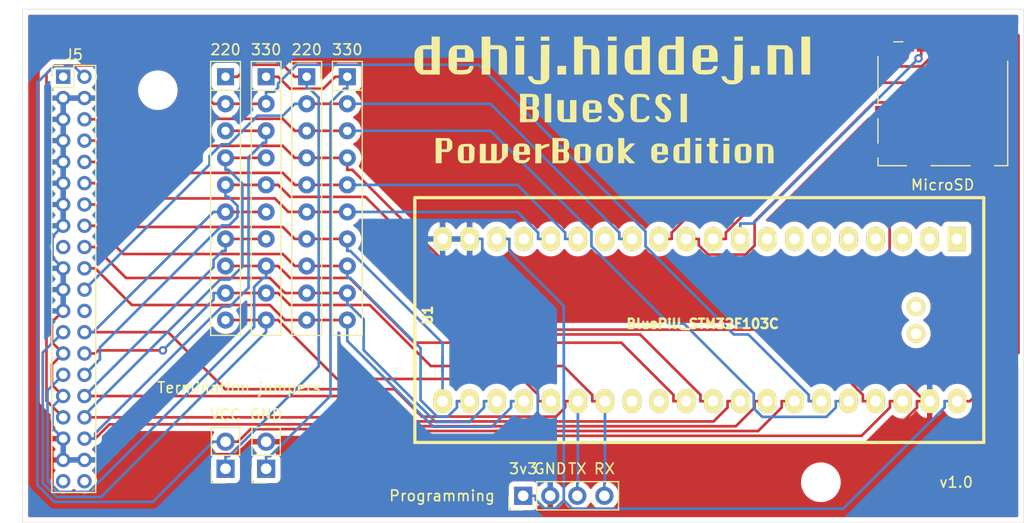
<source format=kicad_pcb>
(kicad_pcb (version 20171130) (host pcbnew "(5.1.10)-1")
  (layers (0 F.Cu signal) (31 B.Cu signal) (34 B.Paste user hide) (35 F.Paste user hide) (36 B.SilkS user) (37 F.SilkS user) (38 B.Mask user) (39 F.Mask user) (44 Edge.Cuts user))
  (net 0 "")
  (net 1 GND)
  (net 2 /SD_MISO)
  (net 3 /SD_CLK)
  (net 4 +3V3)
  (net 5 /SD_MOSI)
  (net 6 /SD_CS)
  (net 7 /SCSI_ACK)
  (net 8 /SCSI_BSY)
  (net 9 /SCSI_REQ)
  (net 10 /SCSI_CD)
  (net 11 /SCSI_IO)
  (net 12 /SCSI_SEL)
  (net 13 /SCSI_MSG)
  (net 14 /SCSI_RST)
  (net 15 /SCSI_ATN)
  (net 16 /SCSI_DBP)
  (net 17 /SCSI_DAT7)
  (net 18 /SCSI_DAT6)
  (net 19 /SCSI_DAT5)
  (net 20 /SCSI_DAT4)
  (net 21 /SCSI_DAT3)
  (net 22 /SCSI_DAT2)
  (net 23 /SCSI_DAT1)
  (net 24 /SCSI_DAT0)
  (net 25 VCC)
  (net 26 "Net-(JP1-Pad1)")
  (net 27 "Net-(JP2-Pad1)")
  (module PBlogo:PBlogo (layer F.Cu) (at 199.39 88.9)
    (fp_text reference G*** hide)
    (fp_text value LOGO hide)
  )
  (module MountingHole:MountingHole_2.7mm_M2.5 (layer F.Cu) (at 156.21 86.36)
    (fp_text reference H2 hide)
    (fp_text value MountingHole_Pad)
    (pad 1 np_thru_hole circle (at 0 0) (size 2.7 2.7) (drill 2.7) (layers *.Cu *.Mask))
  )
  (module MountingHole:MountingHole_2.7mm_M2.5 (layer F.Cu) (at 218.44 123.19)
    (fp_text reference H1 hide)
    (fp_text value MountingHole_Pad)
    (pad 1 np_thru_hole circle (at 0 0) (size 2.7 2.7) (drill 2.7) (layers *.Cu *.Mask))
  )
  (module BluePill_breakouts:BluePill_STM32F103C (layer F.Cu) (at 231.14 100.33 270)
    (fp_text reference U1 (at 7.1628 49.6062 270) (layer F.SilkS) (effects (font (size 0.889 0.889) (thickness 0.3048))))
    (fp_text value BluePill_STM32F103C (at 7.9756 23.7998) (layer F.SilkS) (effects (font (size 0.889 0.889) (thickness 0.22225))))
    (pad 42 thru_hole oval (at 6.36 3.7592) (size 1.7272 1.7272) (drill 1.016) (layers *.Cu *.Mask F.SilkS))
    (pad 41 thru_hole oval (at 8.9 3.7592) (size 1.7272 1.7272) (drill 1.016) (layers *.Cu *.Mask F.SilkS))
    (pad 40 thru_hole oval (at 15.24 -0.1016) (size 1.7272 2.25) (drill 1.016) (layers *.Cu *.Mask F.SilkS) (net 4 +3V3))
    (pad 39 thru_hole oval (at 15.24 2.4892) (size 1.7272 2.25) (drill 1.016) (layers *.Cu *.Mask F.SilkS) (net 1 GND))
    (pad 38 thru_hole oval (at 15.24 5.0292) (size 1.7272 2.25) (drill 1.016) (layers *.Cu *.Mask F.SilkS) (net 25 VCC))
    (pad 37 thru_hole oval (at 15.24 7.5692) (size 1.7272 2.25) (drill 1.016) (layers *.Cu *.Mask F.SilkS) (net 23 /SCSI_DAT1))
    (pad 36 thru_hole oval (at 15.24 10.1092) (size 1.7272 2.25) (drill 1.016) (layers *.Cu *.Mask F.SilkS) (net 24 /SCSI_DAT0))
    (pad 35 thru_hole oval (at 15.24 12.6492) (size 1.7272 2.25) (drill 1.016) (layers *.Cu *.Mask F.SilkS) (net 11 /SCSI_IO))
    (pad 34 thru_hole oval (at 15.24 15.1892) (size 1.7272 2.25) (drill 1.016) (layers *.Cu *.Mask F.SilkS) (net 9 /SCSI_REQ))
    (pad 33 thru_hole oval (at 15.24 17.7292) (size 1.7272 2.25) (drill 1.016) (layers *.Cu *.Mask F.SilkS) (net 10 /SCSI_CD))
    (pad 32 thru_hole oval (at 15.24 20.2692) (size 1.7272 2.25) (drill 1.016) (layers *.Cu *.Mask F.SilkS) (net 12 /SCSI_SEL))
    (pad 31 thru_hole oval (at 15.24 22.8092) (size 1.7272 2.25) (drill 1.016) (layers *.Cu *.Mask F.SilkS) (net 13 /SCSI_MSG))
    (pad 30 thru_hole oval (at 15.24 25.3492) (size 1.7272 2.25) (drill 1.016) (layers *.Cu *.Mask F.SilkS) (net 14 /SCSI_RST))
    (pad 29 thru_hole oval (at 15.24 27.8892) (size 1.7272 2.25) (drill 1.016) (layers *.Cu *.Mask F.SilkS))
    (pad 28 thru_hole oval (at 15.24 30.4292) (size 1.7272 2.25) (drill 1.016) (layers *.Cu *.Mask F.SilkS))
    (pad 27 thru_hole oval (at 15.24 32.9692) (size 1.7272 2.25) (drill 1.016) (layers *.Cu *.Mask F.SilkS) (net 7 /SCSI_ACK))
    (pad 26 thru_hole oval (at 15.24 35.5092) (size 1.7272 2.25) (drill 1.016) (layers *.Cu *.Mask F.SilkS) (net 8 /SCSI_BSY))
    (pad 25 thru_hole oval (at 15.24 38.0492) (size 1.7272 2.25) (drill 1.016) (layers *.Cu *.Mask F.SilkS) (net 15 /SCSI_ATN))
    (pad 24 thru_hole oval (at 15.24 40.5892) (size 1.7272 2.25) (drill 1.016) (layers *.Cu *.Mask F.SilkS) (net 17 /SCSI_DAT7))
    (pad 23 thru_hole oval (at 15.24 43.1292) (size 1.7272 2.25) (drill 1.016) (layers *.Cu *.Mask F.SilkS) (net 18 /SCSI_DAT6))
    (pad 22 thru_hole oval (at 15.24 45.6692) (size 1.7272 2.25) (drill 1.016) (layers *.Cu *.Mask F.SilkS) (net 19 /SCSI_DAT5))
    (pad 21 thru_hole oval (at 15.24 48.2092) (size 1.7272 2.25) (drill 1.016) (layers *.Cu *.Mask F.SilkS) (net 20 /SCSI_DAT4))
    (pad 20 thru_hole oval (at 0 48.2092 180) (size 1.7272 2.25) (drill 1.016) (layers *.Cu *.Mask F.SilkS) (net 1 GND))
    (pad 19 thru_hole oval (at 0 45.6692 180) (size 1.7272 2.25) (drill 1.016) (layers *.Cu *.Mask F.SilkS) (net 1 GND))
    (pad 18 thru_hole oval (at 0 43.1292 180) (size 1.7272 2.25) (drill 1.016) (layers *.Cu *.Mask F.SilkS) (net 4 +3V3))
    (pad 17 thru_hole oval (at 0 40.5892 180) (size 1.7272 2.25) (drill 1.016) (layers *.Cu *.Mask F.SilkS))
    (pad 16 thru_hole oval (at 0 38.0492 180) (size 1.7272 2.25) (drill 1.016) (layers *.Cu *.Mask F.SilkS) (net 21 /SCSI_DAT3))
    (pad 15 thru_hole oval (at 0 35.5092 180) (size 1.7272 2.25) (drill 1.016) (layers *.Cu *.Mask F.SilkS) (net 22 /SCSI_DAT2))
    (pad 14 thru_hole oval (at 0 32.9692 180) (size 1.7272 2.25) (drill 1.016) (layers *.Cu *.Mask F.SilkS))
    (pad 13 thru_hole oval (at 0 30.4292 180) (size 1.7272 2.25) (drill 1.016) (layers *.Cu *.Mask F.SilkS) (net 16 /SCSI_DBP))
    (pad 12 thru_hole oval (at 0 27.8892 180) (size 1.7272 2.25) (drill 1.016) (layers *.Cu *.Mask F.SilkS) (net 5 /SD_MOSI))
    (pad 11 thru_hole oval (at 0 25.3492 180) (size 1.7272 2.25) (drill 1.016) (layers *.Cu *.Mask F.SilkS) (net 2 /SD_MISO))
    (pad 10 thru_hole oval (at 0 22.8092 180) (size 1.7272 2.25) (drill 1.016) (layers *.Cu *.Mask F.SilkS) (net 3 /SD_CLK))
    (pad 9 thru_hole oval (at 0 20.2692 180) (size 1.7272 2.25) (drill 1.016) (layers *.Cu *.Mask F.SilkS) (net 6 /SD_CS))
    (pad 8 thru_hole oval (at 0 17.7292 180) (size 1.7272 2.25) (drill 1.016) (layers *.Cu *.Mask F.SilkS))
    (pad 7 thru_hole oval (at 0 15.1892 180) (size 1.7272 2.25) (drill 1.016) (layers *.Cu *.Mask F.SilkS))
    (pad 6 thru_hole oval (at 0 12.6492 180) (size 1.7272 2.25) (drill 1.016) (layers *.Cu *.Mask F.SilkS))
    (pad 5 thru_hole oval (at 0 10.1092 180) (size 1.7272 2.25) (drill 1.016) (layers *.Cu *.Mask F.SilkS))
    (pad 4 thru_hole oval (at 0 7.5692 180) (size 1.7272 2.25) (drill 1.016) (layers *.Cu *.Mask F.SilkS))
    (pad 3 thru_hole oval (at 0 5.0292 180) (size 1.7272 2.25) (drill 1.016) (layers *.Cu *.Mask F.SilkS))
    (pad 2 thru_hole oval (at 0 2.4892 180) (size 1.7272 2.25) (drill 1.016) (layers *.Cu *.Mask F.SilkS))
    (pad 1 thru_hole rect (at 0 -0.0508 180) (size 1.7272 2.25) (drill 1.016) (layers *.Cu *.Mask F.SilkS))
  )
  (module Resistor_THT:R_Array_SIP10 (layer F.Cu) (at 173.99 85.09 270)
    (fp_text reference RN4 hide)
    (fp_text value 330)
    (pad 10 thru_hole oval (at 22.86 0 270) (size 1.6 1.6) (drill 0.8) (layers *.Cu *.Mask) (net 17 /SCSI_DAT7))
    (pad 9 thru_hole oval (at 20.32 0 270) (size 1.6 1.6) (drill 0.8) (layers *.Cu *.Mask) (net 18 /SCSI_DAT6))
    (pad 8 thru_hole oval (at 17.78 0 270) (size 1.6 1.6) (drill 0.8) (layers *.Cu *.Mask) (net 19 /SCSI_DAT5))
    (pad 7 thru_hole oval (at 15.24 0 270) (size 1.6 1.6) (drill 0.8) (layers *.Cu *.Mask) (net 20 /SCSI_DAT4))
    (pad 6 thru_hole oval (at 12.7 0 270) (size 1.6 1.6) (drill 0.8) (layers *.Cu *.Mask) (net 21 /SCSI_DAT3))
    (pad 5 thru_hole oval (at 10.16 0 270) (size 1.6 1.6) (drill 0.8) (layers *.Cu *.Mask) (net 22 /SCSI_DAT2))
    (pad 4 thru_hole oval (at 7.62 0 270) (size 1.6 1.6) (drill 0.8) (layers *.Cu *.Mask) (net 23 /SCSI_DAT1))
    (pad 3 thru_hole oval (at 5.08 0 270) (size 1.6 1.6) (drill 0.8) (layers *.Cu *.Mask) (net 24 /SCSI_DAT0))
    (pad 2 thru_hole oval (at 2.54 0 270) (size 1.6 1.6) (drill 0.8) (layers *.Cu *.Mask) (net 16 /SCSI_DBP))
    (pad 1 thru_hole rect (at 0 0 270) (size 1.6 1.6) (drill 0.8) (layers *.Cu *.Mask) (net 26 "Net-(JP1-Pad1)"))
  )
  (module Resistor_THT:R_Array_SIP10 (layer F.Cu) (at 170.18 85.09 270)
    (fp_text reference RN3 hide)
    (fp_text value 220)
    (pad 10 thru_hole oval (at 22.86 0 270) (size 1.6 1.6) (drill 0.8) (layers *.Cu *.Mask) (net 17 /SCSI_DAT7))
    (pad 9 thru_hole oval (at 20.32 0 270) (size 1.6 1.6) (drill 0.8) (layers *.Cu *.Mask) (net 18 /SCSI_DAT6))
    (pad 8 thru_hole oval (at 17.78 0 270) (size 1.6 1.6) (drill 0.8) (layers *.Cu *.Mask) (net 19 /SCSI_DAT5))
    (pad 7 thru_hole oval (at 15.24 0 270) (size 1.6 1.6) (drill 0.8) (layers *.Cu *.Mask) (net 20 /SCSI_DAT4))
    (pad 6 thru_hole oval (at 12.7 0 270) (size 1.6 1.6) (drill 0.8) (layers *.Cu *.Mask) (net 21 /SCSI_DAT3))
    (pad 5 thru_hole oval (at 10.16 0 270) (size 1.6 1.6) (drill 0.8) (layers *.Cu *.Mask) (net 22 /SCSI_DAT2))
    (pad 4 thru_hole oval (at 7.62 0 270) (size 1.6 1.6) (drill 0.8) (layers *.Cu *.Mask) (net 23 /SCSI_DAT1))
    (pad 3 thru_hole oval (at 5.08 0 270) (size 1.6 1.6) (drill 0.8) (layers *.Cu *.Mask) (net 24 /SCSI_DAT0))
    (pad 2 thru_hole oval (at 2.54 0 270) (size 1.6 1.6) (drill 0.8) (layers *.Cu *.Mask) (net 16 /SCSI_DBP))
    (pad 1 thru_hole rect (at 0 0 270) (size 1.6 1.6) (drill 0.8) (layers *.Cu *.Mask) (net 27 "Net-(JP2-Pad1)"))
  )
  (module Resistor_THT:R_Array_SIP10 (layer F.Cu) (at 166.37 85.09 270)
    (fp_text reference RN2 hide)
    (fp_text value 330)
    (pad 1 thru_hole rect (at 0 0 270) (size 1.6 1.6) (drill 0.8) (layers *.Cu *.Mask) (net 26 "Net-(JP1-Pad1)"))
    (pad 2 thru_hole oval (at 2.54 0 270) (size 1.6 1.6) (drill 0.8) (layers *.Cu *.Mask) (net 11 /SCSI_IO))
    (pad 3 thru_hole oval (at 5.08 0 270) (size 1.6 1.6) (drill 0.8) (layers *.Cu *.Mask) (net 9 /SCSI_REQ))
    (pad 4 thru_hole oval (at 7.62 0 270) (size 1.6 1.6) (drill 0.8) (layers *.Cu *.Mask) (net 10 /SCSI_CD))
    (pad 5 thru_hole oval (at 10.16 0 270) (size 1.6 1.6) (drill 0.8) (layers *.Cu *.Mask) (net 13 /SCSI_MSG))
    (pad 6 thru_hole oval (at 12.7 0 270) (size 1.6 1.6) (drill 0.8) (layers *.Cu *.Mask) (net 8 /SCSI_BSY))
    (pad 7 thru_hole oval (at 15.24 0 270) (size 1.6 1.6) (drill 0.8) (layers *.Cu *.Mask) (net 12 /SCSI_SEL))
    (pad 8 thru_hole oval (at 17.78 0 270) (size 1.6 1.6) (drill 0.8) (layers *.Cu *.Mask) (net 14 /SCSI_RST))
    (pad 9 thru_hole oval (at 20.32 0 270) (size 1.6 1.6) (drill 0.8) (layers *.Cu *.Mask) (net 7 /SCSI_ACK))
    (pad 10 thru_hole oval (at 22.86 0 270) (size 1.6 1.6) (drill 0.8) (layers *.Cu *.Mask) (net 15 /SCSI_ATN))
  )
  (module Resistor_THT:R_Array_SIP10 (layer F.Cu) (at 162.56 85.09 270)
    (fp_text reference RN1 hide)
    (fp_text value 220)
    (pad 10 thru_hole oval (at 22.86 0 270) (size 1.6 1.6) (drill 0.8) (layers *.Cu *.Mask) (net 15 /SCSI_ATN))
    (pad 9 thru_hole oval (at 20.32 0 270) (size 1.6 1.6) (drill 0.8) (layers *.Cu *.Mask) (net 7 /SCSI_ACK))
    (pad 8 thru_hole oval (at 17.78 0 270) (size 1.6 1.6) (drill 0.8) (layers *.Cu *.Mask) (net 14 /SCSI_RST))
    (pad 7 thru_hole oval (at 15.24 0 270) (size 1.6 1.6) (drill 0.8) (layers *.Cu *.Mask) (net 12 /SCSI_SEL))
    (pad 6 thru_hole oval (at 12.7 0 270) (size 1.6 1.6) (drill 0.8) (layers *.Cu *.Mask) (net 8 /SCSI_BSY))
    (pad 5 thru_hole oval (at 10.16 0 270) (size 1.6 1.6) (drill 0.8) (layers *.Cu *.Mask) (net 13 /SCSI_MSG))
    (pad 4 thru_hole oval (at 7.62 0 270) (size 1.6 1.6) (drill 0.8) (layers *.Cu *.Mask) (net 10 /SCSI_CD))
    (pad 3 thru_hole oval (at 5.08 0 270) (size 1.6 1.6) (drill 0.8) (layers *.Cu *.Mask) (net 9 /SCSI_REQ))
    (pad 2 thru_hole oval (at 2.54 0 270) (size 1.6 1.6) (drill 0.8) (layers *.Cu *.Mask) (net 11 /SCSI_IO))
    (pad 1 thru_hole rect (at 0 0 270) (size 1.6 1.6) (drill 0.8) (layers *.Cu *.Mask) (net 27 "Net-(JP2-Pad1)"))
  )
  (module Connector_PinSocket_2.54mm:PinSocket_1x02_P2.54mm_Vertical (layer F.Cu) (at 162.56 121.92 180)
    (fp_text reference JP2 hide)
    (fp_text value TERM_ENABLE_5V)
    (pad 2 thru_hole oval (at 0 2.54 180) (size 1.7 1.7) (drill 1) (layers *.Cu *.Mask) (net 25 VCC))
    (pad 1 thru_hole rect (at 0 0 180) (size 1.7 1.7) (drill 1) (layers *.Cu *.Mask) (net 27 "Net-(JP2-Pad1)"))
  )
  (module Connector_PinSocket_2.54mm:PinSocket_1x02_P2.54mm_Vertical (layer F.Cu) (at 166.37 121.92 180)
    (fp_text reference JP1 hide)
    (fp_text value TERM_ENABLE_GND)
    (pad 2 thru_hole oval (at 0 2.54 180) (size 1.7 1.7) (drill 1) (layers *.Cu *.Mask) (net 1 GND))
    (pad 1 thru_hole rect (at 0 0 180) (size 1.7 1.7) (drill 1) (layers *.Cu *.Mask) (net 26 "Net-(JP1-Pad1)"))
  )
  (module Connector_PinHeader_2.00mm:PinHeader_2x20_P2.00mm_Vertical (layer F.Cu) (at 147.32 85.09)
    (fp_text reference J5 (at 1 -2.06) (layer F.SilkS))
    (fp_text value Conn_02x20_Odd_Even)
    (pad 40 thru_hole oval (at 2 38) (size 1.35 1.35) (drill 0.8) (layers *.Cu *.Mask))
    (pad 39 thru_hole oval (at 0 38) (size 1.35 1.35) (drill 0.8) (layers *.Cu *.Mask))
    (pad 38 thru_hole oval (at 2 36) (size 1.35 1.35) (drill 0.8) (layers *.Cu *.Mask) (net 1 GND))
    (pad 37 thru_hole oval (at 0 36) (size 1.35 1.35) (drill 0.8) (layers *.Cu *.Mask) (net 1 GND))
    (pad 36 thru_hole oval (at 2 34) (size 1.35 1.35) (drill 0.8) (layers *.Cu *.Mask) (net 9 /SCSI_REQ))
    (pad 35 thru_hole oval (at 0 34) (size 1.35 1.35) (drill 0.8) (layers *.Cu *.Mask) (net 1 GND))
    (pad 34 thru_hole oval (at 2 32) (size 1.35 1.35) (drill 0.8) (layers *.Cu *.Mask) (net 10 /SCSI_CD))
    (pad 33 thru_hole oval (at 0 32) (size 1.35 1.35) (drill 0.8) (layers *.Cu *.Mask) (net 11 /SCSI_IO))
    (pad 32 thru_hole oval (at 2 30) (size 1.35 1.35) (drill 0.8) (layers *.Cu *.Mask) (net 12 /SCSI_SEL))
    (pad 31 thru_hole oval (at 0 30) (size 1.35 1.35) (drill 0.8) (layers *.Cu *.Mask) (net 1 GND))
    (pad 30 thru_hole oval (at 2 28) (size 1.35 1.35) (drill 0.8) (layers *.Cu *.Mask) (net 13 /SCSI_MSG))
    (pad 29 thru_hole oval (at 0 28) (size 1.35 1.35) (drill 0.8) (layers *.Cu *.Mask) (net 14 /SCSI_RST))
    (pad 28 thru_hole oval (at 2 26) (size 1.35 1.35) (drill 0.8) (layers *.Cu *.Mask) (net 7 /SCSI_ACK))
    (pad 27 thru_hole oval (at 0 26) (size 1.35 1.35) (drill 0.8) (layers *.Cu *.Mask) (net 1 GND))
    (pad 26 thru_hole oval (at 2 24) (size 1.35 1.35) (drill 0.8) (layers *.Cu *.Mask) (net 8 /SCSI_BSY))
    (pad 25 thru_hole oval (at 0 24) (size 1.35 1.35) (drill 0.8) (layers *.Cu *.Mask) (net 15 /SCSI_ATN))
    (pad 24 thru_hole oval (at 2 22) (size 1.35 1.35) (drill 0.8) (layers *.Cu *.Mask))
    (pad 23 thru_hole oval (at 0 22) (size 1.35 1.35) (drill 0.8) (layers *.Cu *.Mask) (net 1 GND))
    (pad 22 thru_hole oval (at 2 20) (size 1.35 1.35) (drill 0.8) (layers *.Cu *.Mask) (net 16 /SCSI_DBP))
    (pad 21 thru_hole oval (at 0 20) (size 1.35 1.35) (drill 0.8) (layers *.Cu *.Mask) (net 1 GND))
    (pad 20 thru_hole oval (at 2 18) (size 1.35 1.35) (drill 0.8) (layers *.Cu *.Mask) (net 17 /SCSI_DAT7))
    (pad 19 thru_hole oval (at 0 18) (size 1.35 1.35) (drill 0.8) (layers *.Cu *.Mask) (net 1 GND))
    (pad 18 thru_hole oval (at 2 16) (size 1.35 1.35) (drill 0.8) (layers *.Cu *.Mask) (net 18 /SCSI_DAT6))
    (pad 17 thru_hole oval (at 0 16) (size 1.35 1.35) (drill 0.8) (layers *.Cu *.Mask))
    (pad 16 thru_hole oval (at 2 14) (size 1.35 1.35) (drill 0.8) (layers *.Cu *.Mask) (net 19 /SCSI_DAT5))
    (pad 15 thru_hole oval (at 0 14) (size 1.35 1.35) (drill 0.8) (layers *.Cu *.Mask) (net 1 GND))
    (pad 14 thru_hole oval (at 2 12) (size 1.35 1.35) (drill 0.8) (layers *.Cu *.Mask) (net 20 /SCSI_DAT4))
    (pad 13 thru_hole oval (at 0 12) (size 1.35 1.35) (drill 0.8) (layers *.Cu *.Mask) (net 1 GND))
    (pad 12 thru_hole oval (at 2 10) (size 1.35 1.35) (drill 0.8) (layers *.Cu *.Mask) (net 21 /SCSI_DAT3))
    (pad 11 thru_hole oval (at 0 10) (size 1.35 1.35) (drill 0.8) (layers *.Cu *.Mask) (net 1 GND))
    (pad 10 thru_hole oval (at 2 8) (size 1.35 1.35) (drill 0.8) (layers *.Cu *.Mask) (net 22 /SCSI_DAT2))
    (pad 9 thru_hole oval (at 0 8) (size 1.35 1.35) (drill 0.8) (layers *.Cu *.Mask) (net 1 GND))
    (pad 8 thru_hole oval (at 2 6) (size 1.35 1.35) (drill 0.8) (layers *.Cu *.Mask) (net 23 /SCSI_DAT1))
    (pad 7 thru_hole oval (at 0 6) (size 1.35 1.35) (drill 0.8) (layers *.Cu *.Mask) (net 1 GND))
    (pad 6 thru_hole oval (at 2 4) (size 1.35 1.35) (drill 0.8) (layers *.Cu *.Mask) (net 24 /SCSI_DAT0))
    (pad 5 thru_hole oval (at 0 4) (size 1.35 1.35) (drill 0.8) (layers *.Cu *.Mask) (net 1 GND))
    (pad 4 thru_hole oval (at 2 2) (size 1.35 1.35) (drill 0.8) (layers *.Cu *.Mask) (net 1 GND))
    (pad 3 thru_hole oval (at 0 2) (size 1.35 1.35) (drill 0.8) (layers *.Cu *.Mask) (net 1 GND))
    (pad 2 thru_hole oval (at 2 0) (size 1.35 1.35) (drill 0.8) (layers *.Cu *.Mask) (net 25 VCC))
    (pad 1 thru_hole rect (at 0 0) (size 1.35 1.35) (drill 0.8) (layers *.Cu *.Mask))
  )
  (module Connector_PinHeader_2.54mm:PinHeader_1x04_P2.54mm_Vertical (layer F.Cu) (at 190.5 124.46 90)
    (fp_text reference J3 hide)
    (fp_text value "Programming Pins")
    (pad 1 thru_hole rect (at 0 0 90) (size 1.7 1.7) (drill 1) (layers *.Cu *.Mask) (net 4 +3V3))
    (pad 2 thru_hole oval (at 0 2.54 90) (size 1.7 1.7) (drill 1) (layers *.Cu *.Mask) (net 1 GND))
    (pad 3 thru_hole oval (at 0 5.08 90) (size 1.7 1.7) (drill 1) (layers *.Cu *.Mask) (net 8 /SCSI_BSY))
    (pad 4 thru_hole oval (at 0 7.62 90) (size 1.7 1.7) (drill 1) (layers *.Cu *.Mask) (net 7 /SCSI_ACK))
  )
  (module Connector_Card:microSD_HC_Molex_104031-0811 (layer F.Cu) (at 229.87 87.63)
    (fp_text reference MicroSD (at 0 7.62) (layer F.SilkS))
    (fp_text value Micro_SD_Card)
    (pad 1 smd rect (at -3.105 -5.45) (size 0.85 1.1) (layers F.Cu F.Paste F.Mask))
    (pad 8 smd rect (at 4.545 -5.45) (size 0.75 1.1) (layers F.Cu F.Paste F.Mask))
    (pad 2 smd rect (at -2.005 -5.45) (size 0.85 1.1) (layers F.Cu F.Paste F.Mask) (net 6 /SD_CS))
    (pad 3 smd rect (at -0.905 -5.45) (size 0.85 1.1) (layers F.Cu F.Paste F.Mask) (net 5 /SD_MOSI))
    (pad 4 smd rect (at 0.195 -5.45) (size 0.85 1.1) (layers F.Cu F.Paste F.Mask) (net 4 +3V3))
    (pad 5 smd rect (at 1.295 -5.45) (size 0.85 1.1) (layers F.Cu F.Paste F.Mask) (net 3 /SD_CLK))
    (pad 6 smd rect (at 2.395 -5.45) (size 0.85 1.1) (layers F.Cu F.Paste F.Mask) (net 1 GND))
    (pad 7 smd rect (at 3.495 -5.45) (size 0.85 1.1) (layers F.Cu F.Paste F.Mask) (net 2 /SD_MISO))
    (pad 11 smd rect (at 5.755 -5.1) (size 1.17 1.8) (layers F.Cu F.Paste F.Mask))
    (pad 11 smd rect (at -5.565 -5.325) (size 1.55 1.35) (layers F.Cu F.Paste F.Mask))
    (pad 10 smd rect (at -5.74 4.4) (size 1.2 1) (layers F.Cu F.Paste F.Mask))
    (pad 9 smd rect (at -5.74 0.7) (size 1.2 1) (layers F.Cu F.Paste F.Mask) (net 1 GND))
    (pad 11 smd rect (at -2.24 5.375) (size 1.9 1.35) (layers F.Cu F.Paste F.Mask))
    (pad 11 smd rect (at 3.73 5.375) (size 1.9 1.35) (layers F.Cu F.Paste F.Mask))
  )
  (gr_text v1.0 (at 231.14 123.19) (layer F.SilkS) (effects (font (size 1 1))))
  (gr_text VCC (at 162.56 116.84) (layer F.SilkS) (effects (font (size 1 1))))
  (gr_text GND (at 166.37 116.84) (layer F.SilkS) (effects (font (size 1 1))))
  (gr_text "Termination jumpers" (at 163.83 114.3) (layer F.SilkS) (effects (font (size 1 1))))
  (gr_text TX (at 195.58 121.92) (layer F.SilkS) (effects (font (size 1 1))))
  (gr_text RX (at 198.12 121.92) (layer F.SilkS) (effects (font (size 1 1))))
  (gr_text GND (at 193.04 121.92) (layer F.SilkS) (effects (font (size 1 1))))
  (gr_text 3v3 (at 190.5 121.92) (layer F.SilkS) (effects (font (size 1 1))))
  (gr_text Programming (at 182.88 124.46) (layer F.SilkS) (effects (font (size 1 1))))
  (gr_text "330\n" (at 173.99 82.55) (layer F.SilkS) (effects (font (size 1 1))))
  (gr_text 220 (at 170.18 82.55) (layer F.SilkS) (effects (font (size 1 1))))
  (gr_text 330 (at 166.37 82.55) (layer F.SilkS) (effects (font (size 1 1))))
  (gr_text 220 (at 162.56 82.55) (layer F.SilkS) (effects (font (size 1 1))))
  (gr_line (start 143.51 127) (end 143.51 124.46) (layer Edge.Cuts) (width 0.05))
  (gr_line (start 237.49 127) (end 143.51 127) (layer Edge.Cuts) (width 0.05))
  (gr_line (start 237.49 78.74) (end 237.49 127) (layer Edge.Cuts) (width 0.05))
  (gr_line (start 143.51 78.74) (end 237.49 78.74) (layer Edge.Cuts) (width 0.05))
  (gr_line (start 143.51 81.28) (end 143.51 78.74) (layer Edge.Cuts) (width 0.05))
  (gr_line (start 143.51 124.46) (end 143.51 81.28) (layer Edge.Cuts) (width 0.05))
  (segment (start 225.1012 90.1265) (end 224.13 89.1553) (width 0.25) (layer F.Cu) (net 1))
  (segment (start 228.193 115.57) (end 224.8944 112.2714) (width 0.25) (layer F.Cu) (net 1))
  (segment (start 224.8944 112.2714) (end 224.8944 93.0108) (width 0.25) (layer F.Cu) (net 1))
  (segment (start 224.8944 93.0108) (end 225.1012 92.804) (width 0.25) (layer F.Cu) (net 1))
  (segment (start 225.1012 92.804) (end 225.1012 90.1265) (width 0.25) (layer F.Cu) (net 1))
  (segment (start 225.1012 90.1265) (end 229.9736 90.1265) (width 0.25) (layer F.Cu) (net 1))
  (segment (start 229.9736 90.1265) (end 236.5353 83.5648) (width 0.25) (layer F.Cu) (net 1))
  (segment (start 236.5353 83.5648) (end 236.5353 81.4229) (width 0.25) (layer F.Cu) (net 1))
  (segment (start 236.5353 81.4229) (end 236.4171 81.3047) (width 0.25) (layer F.Cu) (net 1))
  (segment (start 236.4171 81.3047) (end 232.265 81.3047) (width 0.25) (layer F.Cu) (net 1))
  (segment (start 232.265 82.18) (end 232.265 81.3047) (width 0.25) (layer F.Cu) (net 1))
  (segment (start 224.13 88.33) (end 224.13 89.1553) (width 0.25) (layer F.Cu) (net 1))
  (segment (start 228.193 115.57) (end 228.6508 115.57) (width 0.25) (layer F.Cu) (net 1))
  (segment (start 193.04 121.148) (end 222.479 121.148) (width 0.25) (layer F.Cu) (net 1))
  (segment (start 222.479 121.148) (end 227.462 116.164) (width 0.25) (layer F.Cu) (net 1))
  (segment (start 227.462 116.164) (end 227.462 115.57) (width 0.25) (layer F.Cu) (net 1))
  (segment (start 227.462 115.57) (end 228.193 115.57) (width 0.25) (layer F.Cu) (net 1))
  (segment (start 185.471 100.33) (end 185.4708 100.33) (width 0.25) (layer F.Cu) (net 1))
  (segment (start 185.471 100.33) (end 186.66 100.33) (width 0.25) (layer F.Cu) (net 1))
  (segment (start 182.931 100.33) (end 182.9308 100.33) (width 0.25) (layer B.Cu) (net 1))
  (segment (start 185.4708 100.33) (end 182.931 100.33) (width 0.25) (layer B.Cu) (net 1))
  (segment (start 147.32 97.09) (end 147.32 99.09) (width 0.25) (layer B.Cu) (net 1))
  (segment (start 147.32 95.09) (end 147.32 97.09) (width 0.25) (layer B.Cu) (net 1))
  (segment (start 147.32 93.09) (end 147.32 95.09) (width 0.25) (layer B.Cu) (net 1))
  (segment (start 147.32 91.09) (end 147.32 93.09) (width 0.25) (layer B.Cu) (net 1))
  (segment (start 147.32 89.09) (end 147.32 91.09) (width 0.25) (layer B.Cu) (net 1))
  (segment (start 147.32 111.09) (end 146.264 110.034) (width 0.25) (layer F.Cu) (net 1))
  (segment (start 146.264 110.034) (end 146.264 108.146) (width 0.25) (layer F.Cu) (net 1))
  (segment (start 146.264 108.146) (end 147.32 107.09) (width 0.25) (layer F.Cu) (net 1))
  (segment (start 147.32 115.09) (end 146.264 114.034) (width 0.25) (layer F.Cu) (net 1))
  (segment (start 146.264 114.034) (end 146.264 112.146) (width 0.25) (layer F.Cu) (net 1))
  (segment (start 146.264 112.146) (end 147.32 111.09) (width 0.25) (layer F.Cu) (net 1))
  (segment (start 193.04 124.46) (end 193.04 123.285) (width 0.25) (layer B.Cu) (net 1))
  (segment (start 193.04 123.285) (end 191.865 122.109) (width 0.25) (layer B.Cu) (net 1))
  (segment (start 191.865 122.109) (end 191.865 106.724) (width 0.25) (layer B.Cu) (net 1))
  (segment (start 191.865 106.724) (end 186.66 101.519) (width 0.25) (layer B.Cu) (net 1))
  (segment (start 186.66 101.519) (end 186.66 100.33) (width 0.25) (layer B.Cu) (net 1))
  (segment (start 186.66 100.33) (end 185.4708 100.33) (width 0.25) (layer B.Cu) (net 1))
  (segment (start 228.6508 115.57) (end 228.651 115.57) (width 0.25) (layer F.Cu) (net 1))
  (segment (start 147.32 119.09) (end 146.317 118.087) (width 0.25) (layer B.Cu) (net 1))
  (segment (start 146.317 118.087) (end 146.317 116.093) (width 0.25) (layer B.Cu) (net 1))
  (segment (start 146.317 116.093) (end 147.32 115.09) (width 0.25) (layer B.Cu) (net 1))
  (segment (start 193.04 124.46) (end 193.04 121.148) (width 0.25) (layer F.Cu) (net 1))
  (segment (start 147.32 103.09) (end 146.318 102.088) (width 0.25) (layer B.Cu) (net 1))
  (segment (start 146.318 102.088) (end 146.318 100.092) (width 0.25) (layer B.Cu) (net 1))
  (segment (start 146.318 100.092) (end 147.32 99.09) (width 0.25) (layer B.Cu) (net 1))
  (segment (start 147.32 103.09) (end 147.32 105.09) (width 0.25) (layer B.Cu) (net 1))
  (segment (start 166.37 119.38) (end 165.195 119.38) (width 0.25) (layer F.Cu) (net 1))
  (segment (start 165.195 119.38) (end 164.019 120.555) (width 0.25) (layer F.Cu) (net 1))
  (segment (start 164.019 120.555) (end 159.73 120.555) (width 0.25) (layer F.Cu) (net 1))
  (segment (start 159.73 120.555) (end 156.16 124.126) (width 0.25) (layer F.Cu) (net 1))
  (segment (start 156.16 124.126) (end 146.932 124.126) (width 0.25) (layer F.Cu) (net 1))
  (segment (start 146.932 124.126) (end 146.303 123.497) (width 0.25) (layer F.Cu) (net 1))
  (segment (start 146.303 123.497) (end 146.303 120.107) (width 0.25) (layer F.Cu) (net 1))
  (segment (start 166.37 119.38) (end 167.545 119.38) (width 0.25) (layer F.Cu) (net 1))
  (segment (start 167.545 119.38) (end 169.313 121.148) (width 0.25) (layer F.Cu) (net 1))
  (segment (start 169.313 121.148) (end 193.04 121.148) (width 0.25) (layer F.Cu) (net 1))
  (segment (start 147.32 105.09) (end 147.32 107.09) (width 0.25) (layer B.Cu) (net 1))
  (segment (start 149.32 87.09) (end 147.32 87.09) (width 0.25) (layer B.Cu) (net 1))
  (segment (start 149.32 121.09) (end 147.32 121.09) (width 0.25) (layer F.Cu) (net 1))
  (segment (start 146.337 120.107) (end 146.303 120.107) (width 0.25) (layer F.Cu) (net 1))
  (segment (start 205.7908 100.33) (end 206.9797 100.33) (width 0.25) (layer F.Cu) (net 2))
  (segment (start 233.365 82.18) (end 233.365 83.0553) (width 0.25) (layer F.Cu) (net 2))
  (segment (start 233.365 83.0553) (end 228.9156 87.5047) (width 0.25) (layer F.Cu) (net 2))
  (segment (start 228.9156 87.5047) (end 223.3952 87.5047) (width 0.25) (layer F.Cu) (net 2))
  (segment (start 223.3952 87.5047) (end 212.2218 98.6781) (width 0.25) (layer F.Cu) (net 2))
  (segment (start 212.2218 98.6781) (end 212.2218 100.9442) (width 0.25) (layer F.Cu) (net 2))
  (segment (start 212.2218 100.9442) (end 211.3676 101.7984) (width 0.25) (layer F.Cu) (net 2))
  (segment (start 211.3676 101.7984) (end 207.8537 101.7984) (width 0.25) (layer F.Cu) (net 2))
  (segment (start 207.8537 101.7984) (end 206.9797 100.9244) (width 0.25) (layer F.Cu) (net 2))
  (segment (start 206.9797 100.9244) (end 206.9797 100.33) (width 0.25) (layer F.Cu) (net 2))
  (segment (start 208.3308 100.33) (end 209.5197 100.33) (width 0.25) (layer F.Cu) (net 3))
  (segment (start 231.165 82.18) (end 231.165 83.0553) (width 0.25) (layer F.Cu) (net 3))
  (segment (start 231.165 83.0553) (end 228.5659 85.6544) (width 0.25) (layer F.Cu) (net 3))
  (segment (start 228.5659 85.6544) (end 223.6009 85.6544) (width 0.25) (layer F.Cu) (net 3))
  (segment (start 223.6009 85.6544) (end 209.5197 99.7356) (width 0.25) (layer F.Cu) (net 3))
  (segment (start 209.5197 99.7356) (end 209.5197 100.33) (width 0.25) (layer F.Cu) (net 3))
  (segment (start 232.4305 115.57) (end 236.9896 111.0109) (width 0.25) (layer F.Cu) (net 4))
  (segment (start 236.9896 111.0109) (end 236.9896 81.2325) (width 0.25) (layer F.Cu) (net 4))
  (segment (start 236.9896 81.2325) (end 236.6115 80.8544) (width 0.25) (layer F.Cu) (net 4))
  (segment (start 236.6115 80.8544) (end 230.5153 80.8544) (width 0.25) (layer F.Cu) (net 4))
  (segment (start 230.5153 80.8544) (end 230.065 81.3047) (width 0.25) (layer F.Cu) (net 4))
  (segment (start 230.065 82.18) (end 230.065 81.3047) (width 0.25) (layer F.Cu) (net 4))
  (segment (start 231.2416 115.57) (end 232.4305 115.57) (width 0.25) (layer F.Cu) (net 4))
  (segment (start 194.31 124.881) (end 195.096 125.667) (width 0.25) (layer B.Cu) (net 4))
  (segment (start 195.096 125.667) (end 220.55 125.667) (width 0.25) (layer B.Cu) (net 4))
  (segment (start 220.55 125.667) (end 230.053 116.164) (width 0.25) (layer B.Cu) (net 4))
  (segment (start 230.053 116.164) (end 230.053 115.57) (width 0.25) (layer B.Cu) (net 4))
  (segment (start 230.053 115.57) (end 231.2416 115.57) (width 0.25) (layer B.Cu) (net 4))
  (segment (start 188.011 100.33) (end 188.0108 100.33) (width 0.25) (layer F.Cu) (net 4))
  (segment (start 188.011 100.33) (end 189.2 100.33) (width 0.25) (layer F.Cu) (net 4))
  (segment (start 188.011 100.33) (end 188.0108 100.33) (width 0.25) (layer B.Cu) (net 4))
  (segment (start 188.011 100.33) (end 189.2 100.33) (width 0.25) (layer B.Cu) (net 4))
  (segment (start 189.2 100.33) (end 189.2 101.519) (width 0.25) (layer B.Cu) (net 4))
  (segment (start 189.2 101.519) (end 194.31 106.629) (width 0.25) (layer B.Cu) (net 4))
  (segment (start 194.31 106.629) (end 194.31 124.881) (width 0.25) (layer B.Cu) (net 4))
  (segment (start 231.2416 115.57) (end 231.242 115.57) (width 0.25) (layer B.Cu) (net 4))
  (segment (start 190.5 124.46) (end 191.675 124.46) (width 0.25) (layer B.Cu) (net 4))
  (segment (start 191.675 124.46) (end 191.675 124.827) (width 0.25) (layer B.Cu) (net 4))
  (segment (start 191.675 124.827) (end 192.483 125.635) (width 0.25) (layer B.Cu) (net 4))
  (segment (start 192.483 125.635) (end 193.555 125.635) (width 0.25) (layer B.Cu) (net 4))
  (segment (start 193.555 125.635) (end 194.31 124.881) (width 0.25) (layer B.Cu) (net 4))
  (segment (start 228.965 83.0553) (end 227.8975 84.1228) (width 0.25) (layer F.Cu) (net 5))
  (segment (start 227.8975 84.1228) (end 220.0524 84.1228) (width 0.25) (layer F.Cu) (net 5))
  (segment (start 220.0524 84.1228) (end 204.4397 99.7355) (width 0.25) (layer F.Cu) (net 5))
  (segment (start 204.4397 99.7355) (end 204.4397 100.33) (width 0.25) (layer F.Cu) (net 5))
  (segment (start 203.2508 100.33) (end 204.4397 100.33) (width 0.25) (layer F.Cu) (net 5))
  (segment (start 228.965 82.18) (end 228.965 83.0553) (width 0.25) (layer F.Cu) (net 5))
  (segment (start 210.8708 100.33) (end 210.8708 98.8797) (width 0.25) (layer B.Cu) (net 6))
  (segment (start 227.865 82.18) (end 227.865 83.0553) (width 0.25) (layer F.Cu) (net 6))
  (segment (start 227.6063 83.3639) (end 212.0905 98.8797) (width 0.25) (layer B.Cu) (net 6))
  (segment (start 212.0905 98.8797) (end 210.8708 98.8797) (width 0.25) (layer B.Cu) (net 6))
  (segment (start 227.865 83.0553) (end 227.6063 83.314) (width 0.25) (layer F.Cu) (net 6))
  (segment (start 227.6063 83.314) (end 227.6063 83.3639) (width 0.25) (layer F.Cu) (net 6))
  (via (at 227.6063 83.3639) (size 0.8) (layers F.Cu B.Cu) (net 6))
  (segment (start 198.1708 115.57) (end 198.171 115.57) (width 0.25) (layer B.Cu) (net 7))
  (segment (start 198.1708 115.57) (end 198.171 115.57) (width 0.25) (layer F.Cu) (net 7))
  (segment (start 166.37 105.41) (end 167.495 105.41) (width 0.25) (layer F.Cu) (net 7))
  (segment (start 167.495 105.41) (end 168.621 106.535) (width 0.25) (layer F.Cu) (net 7))
  (segment (start 168.621 106.535) (end 176.094 106.535) (width 0.25) (layer F.Cu) (net 7))
  (segment (start 176.094 106.535) (end 181.828 112.269) (width 0.25) (layer F.Cu) (net 7))
  (segment (start 181.828 112.269) (end 194.275 112.269) (width 0.25) (layer F.Cu) (net 7))
  (segment (start 194.275 112.269) (end 196.982 114.976) (width 0.25) (layer F.Cu) (net 7))
  (segment (start 196.982 114.976) (end 196.982 115.57) (width 0.25) (layer F.Cu) (net 7))
  (segment (start 196.982 115.57) (end 198.1708 115.57) (width 0.25) (layer F.Cu) (net 7))
  (segment (start 156.681 110.798) (end 150.612 110.798) (width 0.25) (layer F.Cu) (net 7))
  (segment (start 150.612 110.798) (end 150.32 111.09) (width 0.25) (layer F.Cu) (net 7))
  (segment (start 150.32 111.09) (end 149.32 111.09) (width 0.25) (layer F.Cu) (net 7))
  (segment (start 162.56 105.41) (end 161.435 105.41) (width 0.25) (layer B.Cu) (net 7))
  (segment (start 161.435 105.41) (end 161.435 106.044) (width 0.25) (layer B.Cu) (net 7))
  (segment (start 161.435 106.044) (end 156.681 110.798) (width 0.25) (layer B.Cu) (net 7))
  (segment (start 198.12 124.46) (end 198.12 123.285) (width 0.25) (layer B.Cu) (net 7))
  (segment (start 198.12 123.285) (end 198.171 123.234) (width 0.25) (layer B.Cu) (net 7))
  (segment (start 198.171 123.234) (end 198.171 115.57) (width 0.25) (layer B.Cu) (net 7))
  (segment (start 166.37 105.41) (end 162.56 105.41) (width 0.25) (layer F.Cu) (net 7))
  (via (at 156.681 110.798) (size 0.8) (layers F.Cu B.Cu) (net 7))
  (segment (start 195.6308 115.57) (end 195.631 115.57) (width 0.25) (layer B.Cu) (net 8))
  (segment (start 195.6308 115.57) (end 194.442 115.57) (width 0.25) (layer F.Cu) (net 8))
  (segment (start 194.442 115.57) (end 194.442 116.164) (width 0.25) (layer F.Cu) (net 8))
  (segment (start 194.442 116.164) (end 193.582 117.024) (width 0.25) (layer F.Cu) (net 8))
  (segment (start 193.582 117.024) (end 180.994 117.024) (width 0.25) (layer F.Cu) (net 8))
  (segment (start 180.994 117.024) (end 178.414 114.445) (width 0.25) (layer F.Cu) (net 8))
  (segment (start 178.414 114.445) (end 162.524 114.445) (width 0.25) (layer F.Cu) (net 8))
  (segment (start 162.524 114.445) (end 157.169 109.09) (width 0.25) (layer F.Cu) (net 8))
  (segment (start 157.169 109.09) (end 149.32 109.09) (width 0.25) (layer F.Cu) (net 8))
  (segment (start 195.631 115.57) (end 195.6308 115.57) (width 0.25) (layer F.Cu) (net 8))
  (segment (start 195.58 124.46) (end 195.58 123.285) (width 0.25) (layer B.Cu) (net 8))
  (segment (start 195.58 123.285) (end 195.631 123.234) (width 0.25) (layer B.Cu) (net 8))
  (segment (start 195.631 123.234) (end 195.631 115.57) (width 0.25) (layer B.Cu) (net 8))
  (segment (start 166.37 97.79) (end 162.56 97.79) (width 0.25) (layer F.Cu) (net 8))
  (segment (start 149.32 109.09) (end 150.32 109.09) (width 0.25) (layer B.Cu) (net 8))
  (segment (start 150.32 109.09) (end 150.32 108.904) (width 0.25) (layer B.Cu) (net 8))
  (segment (start 150.32 108.904) (end 161.435 97.79) (width 0.25) (layer B.Cu) (net 8))
  (segment (start 161.435 97.79) (end 162.56 97.79) (width 0.25) (layer B.Cu) (net 8))
  (segment (start 215.9508 115.57) (end 215.951 115.57) (width 0.25) (layer F.Cu) (net 9))
  (segment (start 149.32 119.09) (end 150.32 119.09) (width 0.25) (layer F.Cu) (net 9))
  (segment (start 150.32 119.09) (end 151.664 117.746) (width 0.25) (layer F.Cu) (net 9))
  (segment (start 151.664 117.746) (end 179.487 117.746) (width 0.25) (layer F.Cu) (net 9))
  (segment (start 179.487 117.746) (end 180.115 118.375) (width 0.25) (layer F.Cu) (net 9))
  (segment (start 180.115 118.375) (end 212.552 118.375) (width 0.25) (layer F.Cu) (net 9))
  (segment (start 212.552 118.375) (end 214.762 116.164) (width 0.25) (layer F.Cu) (net 9))
  (segment (start 214.762 116.164) (end 214.762 115.57) (width 0.25) (layer F.Cu) (net 9))
  (segment (start 214.762 115.57) (end 215.9508 115.57) (width 0.25) (layer F.Cu) (net 9))
  (segment (start 166.37 90.17) (end 162.56 90.17) (width 0.25) (layer F.Cu) (net 9))
  (segment (start 149.32 119.09) (end 150.32 119.09) (width 0.25) (layer B.Cu) (net 9))
  (segment (start 150.32 119.09) (end 150.32 118.598) (width 0.25) (layer B.Cu) (net 9))
  (segment (start 150.32 118.598) (end 162.238 106.68) (width 0.25) (layer B.Cu) (net 9))
  (segment (start 162.238 106.68) (end 162.962 106.68) (width 0.25) (layer B.Cu) (net 9))
  (segment (start 162.962 106.68) (end 164.72 104.921) (width 0.25) (layer B.Cu) (net 9))
  (segment (start 164.72 104.921) (end 164.72 92.6635) (width 0.25) (layer B.Cu) (net 9))
  (segment (start 164.72 92.6635) (end 166.089 91.2953) (width 0.25) (layer B.Cu) (net 9))
  (segment (start 166.089 91.2953) (end 166.37 91.2953) (width 0.25) (layer B.Cu) (net 9))
  (segment (start 166.37 91.2953) (end 166.37 90.17) (width 0.25) (layer B.Cu) (net 9))
  (segment (start 213.4108 115.57) (end 213.411 115.57) (width 0.25) (layer F.Cu) (net 10))
  (segment (start 149.32 117.09) (end 179.468 117.09) (width 0.25) (layer F.Cu) (net 10))
  (segment (start 179.468 117.09) (end 180.302 117.924) (width 0.25) (layer F.Cu) (net 10))
  (segment (start 180.302 117.924) (end 210.462 117.924) (width 0.25) (layer F.Cu) (net 10))
  (segment (start 210.462 117.924) (end 212.222 116.164) (width 0.25) (layer F.Cu) (net 10))
  (segment (start 212.222 116.164) (end 212.222 115.57) (width 0.25) (layer F.Cu) (net 10))
  (segment (start 212.222 115.57) (end 213.4108 115.57) (width 0.25) (layer F.Cu) (net 10))
  (segment (start 149.32 117.09) (end 149.32 116.875) (width 0.25) (layer B.Cu) (net 10))
  (segment (start 149.32 116.875) (end 162.055 104.14) (width 0.25) (layer B.Cu) (net 10))
  (segment (start 162.055 104.14) (end 162.933 104.14) (width 0.25) (layer B.Cu) (net 10))
  (segment (start 162.933 104.14) (end 164.141 102.932) (width 0.25) (layer B.Cu) (net 10))
  (segment (start 164.141 102.932) (end 164.141 95.1348) (width 0.25) (layer B.Cu) (net 10))
  (segment (start 164.141 95.1348) (end 162.841 93.8353) (width 0.25) (layer B.Cu) (net 10))
  (segment (start 162.841 93.8353) (end 162.56 93.8353) (width 0.25) (layer B.Cu) (net 10))
  (segment (start 162.56 93.8353) (end 162.56 92.71) (width 0.25) (layer B.Cu) (net 10))
  (segment (start 166.37 92.71) (end 162.56 92.71) (width 0.25) (layer F.Cu) (net 10))
  (segment (start 218.4908 115.57) (end 218.491 115.57) (width 0.25) (layer B.Cu) (net 11))
  (segment (start 166.37 87.63) (end 166.37 86.5047) (width 0.25) (layer B.Cu) (net 11))
  (segment (start 166.37 86.5047) (end 167.098 86.5047) (width 0.25) (layer B.Cu) (net 11))
  (segment (start 167.098 86.5047) (end 167.495 86.1079) (width 0.25) (layer B.Cu) (net 11))
  (segment (start 167.495 86.1079) (end 167.495 85.7109) (width 0.25) (layer B.Cu) (net 11))
  (segment (start 167.495 85.7109) (end 169.242 83.9646) (width 0.25) (layer B.Cu) (net 11))
  (segment (start 169.242 83.9646) (end 186.317 83.9646) (width 0.25) (layer B.Cu) (net 11))
  (segment (start 186.317 83.9646) (end 201.981 99.6288) (width 0.25) (layer B.Cu) (net 11))
  (segment (start 201.981 99.6288) (end 201.981 101.013) (width 0.25) (layer B.Cu) (net 11))
  (segment (start 201.981 101.013) (end 210.269 109.301) (width 0.25) (layer B.Cu) (net 11))
  (segment (start 210.269 109.301) (end 211.627 109.301) (width 0.25) (layer B.Cu) (net 11))
  (segment (start 211.627 109.301) (end 217.302 114.976) (width 0.25) (layer B.Cu) (net 11))
  (segment (start 217.302 114.976) (end 217.302 115.57) (width 0.25) (layer B.Cu) (net 11))
  (segment (start 217.302 115.57) (end 218.4908 115.57) (width 0.25) (layer B.Cu) (net 11))
  (segment (start 147.32 117.09) (end 145.755 115.525) (width 0.25) (layer F.Cu) (net 11))
  (segment (start 145.755 115.525) (end 145.755 84.7899) (width 0.25) (layer F.Cu) (net 11))
  (segment (start 145.755 84.7899) (end 146.51 84.0354) (width 0.25) (layer F.Cu) (net 11))
  (segment (start 146.51 84.0354) (end 157.84 84.0354) (width 0.25) (layer F.Cu) (net 11))
  (segment (start 157.84 84.0354) (end 161.435 87.63) (width 0.25) (layer F.Cu) (net 11))
  (segment (start 161.435 87.63) (end 162.56 87.63) (width 0.25) (layer F.Cu) (net 11))
  (segment (start 166.37 87.63) (end 162.56 87.63) (width 0.25) (layer F.Cu) (net 11))
  (segment (start 210.8708 115.57) (end 210.871 115.57) (width 0.25) (layer F.Cu) (net 12))
  (segment (start 149.32 115.09) (end 178.104 115.09) (width 0.25) (layer F.Cu) (net 12))
  (segment (start 178.104 115.09) (end 180.489 117.474) (width 0.25) (layer F.Cu) (net 12))
  (segment (start 180.489 117.474) (end 208.372 117.474) (width 0.25) (layer F.Cu) (net 12))
  (segment (start 208.372 117.474) (end 209.682 116.164) (width 0.25) (layer F.Cu) (net 12))
  (segment (start 209.682 116.164) (end 209.682 115.57) (width 0.25) (layer F.Cu) (net 12))
  (segment (start 209.682 115.57) (end 210.8708 115.57) (width 0.25) (layer F.Cu) (net 12))
  (segment (start 149.32 115.09) (end 161.435 102.975) (width 0.25) (layer B.Cu) (net 12))
  (segment (start 161.435 102.975) (end 161.435 102.299) (width 0.25) (layer B.Cu) (net 12))
  (segment (start 161.435 102.299) (end 162.279 101.455) (width 0.25) (layer B.Cu) (net 12))
  (segment (start 162.279 101.455) (end 162.56 101.455) (width 0.25) (layer B.Cu) (net 12))
  (segment (start 162.56 101.455) (end 162.56 100.33) (width 0.25) (layer B.Cu) (net 12))
  (segment (start 166.37 100.33) (end 162.56 100.33) (width 0.25) (layer F.Cu) (net 12))
  (segment (start 208.3308 115.57) (end 208.331 115.57) (width 0.25) (layer F.Cu) (net 13))
  (segment (start 166.37 95.25) (end 167.495 95.25) (width 0.25) (layer F.Cu) (net 13))
  (segment (start 167.495 95.25) (end 168.621 96.3753) (width 0.25) (layer F.Cu) (net 13))
  (segment (start 168.621 96.3753) (end 175.686 96.3753) (width 0.25) (layer F.Cu) (net 13))
  (segment (start 175.686 96.3753) (end 188.612 109.301) (width 0.25) (layer F.Cu) (net 13))
  (segment (start 188.612 109.301) (end 201.467 109.301) (width 0.25) (layer F.Cu) (net 13))
  (segment (start 201.467 109.301) (end 207.142 114.976) (width 0.25) (layer F.Cu) (net 13))
  (segment (start 207.142 114.976) (end 207.142 115.57) (width 0.25) (layer F.Cu) (net 13))
  (segment (start 207.142 115.57) (end 208.3308 115.57) (width 0.25) (layer F.Cu) (net 13))
  (segment (start 149.32 113.09) (end 150.771 111.639) (width 0.25) (layer B.Cu) (net 13))
  (segment (start 150.771 111.639) (end 150.771 110.522) (width 0.25) (layer B.Cu) (net 13))
  (segment (start 150.771 110.522) (end 162.232 99.06) (width 0.25) (layer B.Cu) (net 13))
  (segment (start 162.232 99.06) (end 162.891 99.06) (width 0.25) (layer B.Cu) (net 13))
  (segment (start 162.891 99.06) (end 163.685 98.2656) (width 0.25) (layer B.Cu) (net 13))
  (segment (start 163.685 98.2656) (end 163.685 97.2192) (width 0.25) (layer B.Cu) (net 13))
  (segment (start 163.685 97.2192) (end 162.841 96.3753) (width 0.25) (layer B.Cu) (net 13))
  (segment (start 162.841 96.3753) (end 162.56 96.3753) (width 0.25) (layer B.Cu) (net 13))
  (segment (start 162.56 96.3753) (end 162.56 95.25) (width 0.25) (layer B.Cu) (net 13))
  (segment (start 166.37 95.25) (end 162.56 95.25) (width 0.25) (layer F.Cu) (net 13))
  (segment (start 205.7908 115.57) (end 205.791 115.57) (width 0.25) (layer F.Cu) (net 14))
  (segment (start 166.37 102.87) (end 167.495 102.87) (width 0.25) (layer F.Cu) (net 14))
  (segment (start 167.495 102.87) (end 168.621 103.995) (width 0.25) (layer F.Cu) (net 14))
  (segment (start 168.621 103.995) (end 174.191 103.995) (width 0.25) (layer F.Cu) (net 14))
  (segment (start 174.191 103.995) (end 180.271 110.076) (width 0.25) (layer F.Cu) (net 14))
  (segment (start 180.271 110.076) (end 199.702 110.076) (width 0.25) (layer F.Cu) (net 14))
  (segment (start 199.702 110.076) (end 204.602 114.976) (width 0.25) (layer F.Cu) (net 14))
  (segment (start 204.602 114.976) (end 204.602 115.57) (width 0.25) (layer F.Cu) (net 14))
  (segment (start 204.602 115.57) (end 205.7908 115.57) (width 0.25) (layer F.Cu) (net 14))
  (segment (start 166.37 102.87) (end 166.37 103.995) (width 0.25) (layer B.Cu) (net 14))
  (segment (start 166.37 103.995) (end 166.089 103.995) (width 0.25) (layer B.Cu) (net 14))
  (segment (start 166.089 103.995) (end 165.245 104.839) (width 0.25) (layer B.Cu) (net 14))
  (segment (start 165.245 104.839) (end 165.245 108.583) (width 0.25) (layer B.Cu) (net 14))
  (segment (start 165.245 108.583) (end 149.731 124.096) (width 0.25) (layer B.Cu) (net 14))
  (segment (start 149.731 124.096) (end 146.876 124.096) (width 0.25) (layer B.Cu) (net 14))
  (segment (start 146.876 124.096) (end 145.854 123.075) (width 0.25) (layer B.Cu) (net 14))
  (segment (start 145.854 123.075) (end 145.854 114.556) (width 0.25) (layer B.Cu) (net 14))
  (segment (start 145.854 114.556) (end 147.32 113.09) (width 0.25) (layer B.Cu) (net 14))
  (segment (start 166.37 102.87) (end 162.56 102.87) (width 0.25) (layer F.Cu) (net 14))
  (segment (start 193.0908 115.57) (end 193.091 115.57) (width 0.25) (layer F.Cu) (net 15))
  (segment (start 166.37 107.95) (end 167.495 107.95) (width 0.25) (layer F.Cu) (net 15))
  (segment (start 167.495 107.95) (end 173.026 113.481) (width 0.25) (layer F.Cu) (net 15))
  (segment (start 173.026 113.481) (end 190.407 113.481) (width 0.25) (layer F.Cu) (net 15))
  (segment (start 190.407 113.481) (end 191.902 114.976) (width 0.25) (layer F.Cu) (net 15))
  (segment (start 191.902 114.976) (end 191.902 115.57) (width 0.25) (layer F.Cu) (net 15))
  (segment (start 191.902 115.57) (end 193.0908 115.57) (width 0.25) (layer F.Cu) (net 15))
  (segment (start 162.56 107.95) (end 166.37 107.95) (width 0.25) (layer F.Cu) (net 15))
  (segment (start 147.32 109.09) (end 145.401 111.009) (width 0.25) (layer B.Cu) (net 15))
  (segment (start 145.401 111.009) (end 145.401 123.266) (width 0.25) (layer B.Cu) (net 15))
  (segment (start 145.401 123.266) (end 146.7 124.566) (width 0.25) (layer B.Cu) (net 15))
  (segment (start 146.7 124.566) (end 150.879 124.566) (width 0.25) (layer B.Cu) (net 15))
  (segment (start 150.879 124.566) (end 166.37 109.075) (width 0.25) (layer B.Cu) (net 15))
  (segment (start 166.37 109.075) (end 166.37 107.95) (width 0.25) (layer B.Cu) (net 15))
  (segment (start 200.7108 100.33) (end 200.711 100.33) (width 0.25) (layer B.Cu) (net 16))
  (segment (start 173.99 87.63) (end 187.416 87.63) (width 0.25) (layer B.Cu) (net 16))
  (segment (start 187.416 87.63) (end 199.522 99.7356) (width 0.25) (layer B.Cu) (net 16))
  (segment (start 199.522 99.7356) (end 199.522 100.33) (width 0.25) (layer B.Cu) (net 16))
  (segment (start 199.522 100.33) (end 200.7108 100.33) (width 0.25) (layer B.Cu) (net 16))
  (segment (start 149.32 105.09) (end 161.062 93.3483) (width 0.25) (layer B.Cu) (net 16))
  (segment (start 161.062 93.3483) (end 161.062 92.5516) (width 0.25) (layer B.Cu) (net 16))
  (segment (start 161.062 92.5516) (end 162.173 91.44) (width 0.25) (layer B.Cu) (net 16))
  (segment (start 162.173 91.44) (end 162.884 91.44) (width 0.25) (layer B.Cu) (net 16))
  (segment (start 162.884 91.44) (end 165.568 88.7553) (width 0.25) (layer B.Cu) (net 16))
  (segment (start 165.568 88.7553) (end 167.929 88.7553) (width 0.25) (layer B.Cu) (net 16))
  (segment (start 167.929 88.7553) (end 169.055 87.63) (width 0.25) (layer B.Cu) (net 16))
  (segment (start 169.055 87.63) (end 170.18 87.63) (width 0.25) (layer B.Cu) (net 16))
  (segment (start 170.18 87.63) (end 173.99 87.63) (width 0.25) (layer F.Cu) (net 16))
  (segment (start 190.5508 115.57) (end 190.551 115.57) (width 0.25) (layer B.Cu) (net 17))
  (segment (start 173.99 107.95) (end 173.99 109.906) (width 0.25) (layer B.Cu) (net 17))
  (segment (start 173.99 109.906) (end 182.063 117.978) (width 0.25) (layer B.Cu) (net 17))
  (segment (start 182.063 117.978) (end 187.548 117.978) (width 0.25) (layer B.Cu) (net 17))
  (segment (start 187.548 117.978) (end 189.362 116.164) (width 0.25) (layer B.Cu) (net 17))
  (segment (start 189.362 116.164) (end 189.362 115.57) (width 0.25) (layer B.Cu) (net 17))
  (segment (start 189.362 115.57) (end 190.5508 115.57) (width 0.25) (layer B.Cu) (net 17))
  (segment (start 149.32 103.09) (end 150.32 103.09) (width 0.25) (layer F.Cu) (net 17))
  (segment (start 150.32 103.09) (end 153.766 106.535) (width 0.25) (layer F.Cu) (net 17))
  (segment (start 153.766 106.535) (end 166.718 106.535) (width 0.25) (layer F.Cu) (net 17))
  (segment (start 166.718 106.535) (end 168.132 107.95) (width 0.25) (layer F.Cu) (net 17))
  (segment (start 168.132 107.95) (end 170.18 107.95) (width 0.25) (layer F.Cu) (net 17))
  (segment (start 170.18 107.95) (end 173.99 107.95) (width 0.25) (layer F.Cu) (net 17))
  (segment (start 188.0108 115.57) (end 188.011 115.57) (width 0.25) (layer B.Cu) (net 18))
  (segment (start 173.99 105.41) (end 173.99 106.535) (width 0.25) (layer B.Cu) (net 18))
  (segment (start 173.99 106.535) (end 174.182 106.535) (width 0.25) (layer B.Cu) (net 18))
  (segment (start 174.182 106.535) (end 175.527 107.88) (width 0.25) (layer B.Cu) (net 18))
  (segment (start 175.527 107.88) (end 175.527 110.778) (width 0.25) (layer B.Cu) (net 18))
  (segment (start 175.527 110.778) (end 182.277 117.528) (width 0.25) (layer B.Cu) (net 18))
  (segment (start 182.277 117.528) (end 185.458 117.528) (width 0.25) (layer B.Cu) (net 18))
  (segment (start 185.458 117.528) (end 186.822 116.164) (width 0.25) (layer B.Cu) (net 18))
  (segment (start 186.822 116.164) (end 186.822 115.57) (width 0.25) (layer B.Cu) (net 18))
  (segment (start 186.822 115.57) (end 188.0108 115.57) (width 0.25) (layer B.Cu) (net 18))
  (segment (start 149.32 101.09) (end 150.32 101.09) (width 0.25) (layer F.Cu) (net 18))
  (segment (start 150.32 101.09) (end 153.226 103.995) (width 0.25) (layer F.Cu) (net 18))
  (segment (start 153.226 103.995) (end 166.718 103.995) (width 0.25) (layer F.Cu) (net 18))
  (segment (start 166.718 103.995) (end 168.132 105.41) (width 0.25) (layer F.Cu) (net 18))
  (segment (start 168.132 105.41) (end 170.18 105.41) (width 0.25) (layer F.Cu) (net 18))
  (segment (start 170.18 105.41) (end 173.99 105.41) (width 0.25) (layer F.Cu) (net 18))
  (segment (start 185.4708 115.57) (end 185.471 115.57) (width 0.25) (layer B.Cu) (net 19))
  (segment (start 173.99 102.87) (end 173.99 103.995) (width 0.25) (layer B.Cu) (net 19))
  (segment (start 173.99 103.995) (end 174.271 103.995) (width 0.25) (layer B.Cu) (net 19))
  (segment (start 174.271 103.995) (end 180.865 110.589) (width 0.25) (layer B.Cu) (net 19))
  (segment (start 180.865 110.589) (end 180.865 115.466) (width 0.25) (layer B.Cu) (net 19))
  (segment (start 180.865 115.466) (end 182.419 117.02) (width 0.25) (layer B.Cu) (net 19))
  (segment (start 182.419 117.02) (end 183.426 117.02) (width 0.25) (layer B.Cu) (net 19))
  (segment (start 183.426 117.02) (end 184.282 116.164) (width 0.25) (layer B.Cu) (net 19))
  (segment (start 184.282 116.164) (end 184.282 115.57) (width 0.25) (layer B.Cu) (net 19))
  (segment (start 184.282 115.57) (end 185.4708 115.57) (width 0.25) (layer B.Cu) (net 19))
  (segment (start 149.32 99.09) (end 150.32 99.09) (width 0.25) (layer F.Cu) (net 19))
  (segment (start 150.32 99.09) (end 152.975 101.745) (width 0.25) (layer F.Cu) (net 19))
  (segment (start 152.975 101.745) (end 167.929 101.745) (width 0.25) (layer F.Cu) (net 19))
  (segment (start 167.929 101.745) (end 169.055 102.87) (width 0.25) (layer F.Cu) (net 19))
  (segment (start 169.055 102.87) (end 170.18 102.87) (width 0.25) (layer F.Cu) (net 19))
  (segment (start 170.18 102.87) (end 173.99 102.87) (width 0.25) (layer F.Cu) (net 19))
  (segment (start 182.931 111.4785) (end 182.9308 111.4787) (width 0.25) (layer B.Cu) (net 20))
  (segment (start 182.9308 111.4787) (end 182.9308 115.57) (width 0.25) (layer B.Cu) (net 20))
  (segment (start 182.931 111.4785) (end 182.931 112.842) (width 0.25) (layer B.Cu) (net 20))
  (segment (start 173.99 100.33) (end 173.99 101.455) (width 0.25) (layer B.Cu) (net 20))
  (segment (start 173.99 101.455) (end 174.271 101.455) (width 0.25) (layer B.Cu) (net 20))
  (segment (start 174.271 101.455) (end 182.931 110.115) (width 0.25) (layer B.Cu) (net 20))
  (segment (start 182.931 110.115) (end 182.931 111.4785) (width 0.25) (layer B.Cu) (net 20))
  (segment (start 170.18 100.33) (end 173.99 100.33) (width 0.25) (layer F.Cu) (net 20))
  (segment (start 149.32 97.09) (end 150.32 97.09) (width 0.25) (layer F.Cu) (net 20))
  (segment (start 150.32 97.09) (end 152.435 99.2047) (width 0.25) (layer F.Cu) (net 20))
  (segment (start 152.435 99.2047) (end 167.929 99.2047) (width 0.25) (layer F.Cu) (net 20))
  (segment (start 167.929 99.2047) (end 169.055 100.33) (width 0.25) (layer F.Cu) (net 20))
  (segment (start 169.055 100.33) (end 170.18 100.33) (width 0.25) (layer F.Cu) (net 20))
  (segment (start 193.0908 100.33) (end 193.091 100.33) (width 0.25) (layer B.Cu) (net 21))
  (segment (start 173.99 97.79) (end 189.956 97.79) (width 0.25) (layer B.Cu) (net 21))
  (segment (start 189.956 97.79) (end 191.902 99.7356) (width 0.25) (layer B.Cu) (net 21))
  (segment (start 191.902 99.7356) (end 191.902 100.33) (width 0.25) (layer B.Cu) (net 21))
  (segment (start 191.902 100.33) (end 193.0908 100.33) (width 0.25) (layer B.Cu) (net 21))
  (segment (start 149.32 95.09) (end 150.32 95.09) (width 0.25) (layer F.Cu) (net 21))
  (segment (start 150.32 95.09) (end 151.75 96.52) (width 0.25) (layer F.Cu) (net 21))
  (segment (start 151.75 96.52) (end 167.19 96.52) (width 0.25) (layer F.Cu) (net 21))
  (segment (start 167.19 96.52) (end 168.46 97.79) (width 0.25) (layer F.Cu) (net 21))
  (segment (start 168.46 97.79) (end 170.18 97.79) (width 0.25) (layer F.Cu) (net 21))
  (segment (start 170.18 97.79) (end 173.99 97.79) (width 0.25) (layer F.Cu) (net 21))
  (segment (start 195.6308 100.33) (end 195.631 100.33) (width 0.25) (layer B.Cu) (net 22))
  (segment (start 173.99 95.25) (end 189.956 95.25) (width 0.25) (layer B.Cu) (net 22))
  (segment (start 189.956 95.25) (end 194.442 99.7356) (width 0.25) (layer B.Cu) (net 22))
  (segment (start 194.442 99.7356) (end 194.442 100.33) (width 0.25) (layer B.Cu) (net 22))
  (segment (start 194.442 100.33) (end 195.6308 100.33) (width 0.25) (layer B.Cu) (net 22))
  (segment (start 149.32 93.09) (end 150.32 93.09) (width 0.25) (layer F.Cu) (net 22))
  (segment (start 150.32 93.09) (end 151.355 94.1247) (width 0.25) (layer F.Cu) (net 22))
  (segment (start 151.355 94.1247) (end 167.929 94.1247) (width 0.25) (layer F.Cu) (net 22))
  (segment (start 167.929 94.1247) (end 169.055 95.25) (width 0.25) (layer F.Cu) (net 22))
  (segment (start 169.055 95.25) (end 170.18 95.25) (width 0.25) (layer F.Cu) (net 22))
  (segment (start 170.18 95.25) (end 173.99 95.25) (width 0.25) (layer F.Cu) (net 22))
  (segment (start 223.5708 115.57) (end 223.571 115.57) (width 0.25) (layer F.Cu) (net 23))
  (segment (start 173.99 92.71) (end 173.99 93.8353) (width 0.25) (layer F.Cu) (net 23))
  (segment (start 173.99 93.8353) (end 174.454 93.8353) (width 0.25) (layer F.Cu) (net 23))
  (segment (start 174.454 93.8353) (end 189.469 108.851) (width 0.25) (layer F.Cu) (net 23))
  (segment (start 189.469 108.851) (end 216.257 108.851) (width 0.25) (layer F.Cu) (net 23))
  (segment (start 216.257 108.851) (end 222.382 114.976) (width 0.25) (layer F.Cu) (net 23))
  (segment (start 222.382 114.976) (end 222.382 115.57) (width 0.25) (layer F.Cu) (net 23))
  (segment (start 222.382 115.57) (end 223.5708 115.57) (width 0.25) (layer F.Cu) (net 23))
  (segment (start 170.18 92.71) (end 173.99 92.71) (width 0.25) (layer F.Cu) (net 23))
  (segment (start 149.32 91.09) (end 150.32 91.09) (width 0.25) (layer F.Cu) (net 23))
  (segment (start 150.32 91.09) (end 150.815 91.5847) (width 0.25) (layer F.Cu) (net 23))
  (segment (start 150.815 91.5847) (end 167.929 91.5847) (width 0.25) (layer F.Cu) (net 23))
  (segment (start 167.929 91.5847) (end 169.055 92.71) (width 0.25) (layer F.Cu) (net 23))
  (segment (start 169.055 92.71) (end 170.18 92.71) (width 0.25) (layer F.Cu) (net 23))
  (segment (start 221.0308 115.57) (end 221.031 115.57) (width 0.25) (layer B.Cu) (net 24))
  (segment (start 173.99 90.17) (end 187.45 90.17) (width 0.25) (layer B.Cu) (net 24))
  (segment (start 187.45 90.17) (end 196.901 99.6204) (width 0.25) (layer B.Cu) (net 24))
  (segment (start 196.901 99.6204) (end 196.901 101.003) (width 0.25) (layer B.Cu) (net 24))
  (segment (start 196.901 101.003) (end 204.18 108.283) (width 0.25) (layer B.Cu) (net 24))
  (segment (start 204.18 108.283) (end 205.585 108.283) (width 0.25) (layer B.Cu) (net 24))
  (segment (start 205.585 108.283) (end 212.141 114.839) (width 0.25) (layer B.Cu) (net 24))
  (segment (start 212.141 114.839) (end 212.141 116.245) (width 0.25) (layer B.Cu) (net 24))
  (segment (start 212.141 116.245) (end 212.94 117.045) (width 0.25) (layer B.Cu) (net 24))
  (segment (start 212.94 117.045) (end 218.962 117.045) (width 0.25) (layer B.Cu) (net 24))
  (segment (start 218.962 117.045) (end 219.842 116.164) (width 0.25) (layer B.Cu) (net 24))
  (segment (start 219.842 116.164) (end 219.842 115.57) (width 0.25) (layer B.Cu) (net 24))
  (segment (start 219.842 115.57) (end 221.0308 115.57) (width 0.25) (layer B.Cu) (net 24))
  (segment (start 149.32 89.09) (end 150.32 89.09) (width 0.25) (layer F.Cu) (net 24))
  (segment (start 150.32 89.09) (end 150.536 89.3054) (width 0.25) (layer F.Cu) (net 24))
  (segment (start 150.536 89.3054) (end 159.143 89.3054) (width 0.25) (layer F.Cu) (net 24))
  (segment (start 159.143 89.3054) (end 159.404 89.0447) (width 0.25) (layer F.Cu) (net 24))
  (segment (start 159.404 89.0447) (end 167.929 89.0447) (width 0.25) (layer F.Cu) (net 24))
  (segment (start 167.929 89.0447) (end 169.055 90.17) (width 0.25) (layer F.Cu) (net 24))
  (segment (start 169.055 90.17) (end 170.18 90.17) (width 0.25) (layer F.Cu) (net 24))
  (segment (start 170.18 90.17) (end 173.99 90.17) (width 0.25) (layer F.Cu) (net 24))
  (segment (start 226.1108 115.57) (end 226.111 115.57) (width 0.25) (layer F.Cu) (net 25))
  (segment (start 162.56 119.38) (end 163.735 119.38) (width 0.25) (layer F.Cu) (net 25))
  (segment (start 163.735 119.38) (end 164.919 118.197) (width 0.25) (layer F.Cu) (net 25))
  (segment (start 164.919 118.197) (end 175.24 118.197) (width 0.25) (layer F.Cu) (net 25))
  (segment (start 175.24 118.197) (end 175.869 118.825) (width 0.25) (layer F.Cu) (net 25))
  (segment (start 175.869 118.825) (end 222.261 118.825) (width 0.25) (layer F.Cu) (net 25))
  (segment (start 222.261 118.825) (end 224.922 116.164) (width 0.25) (layer F.Cu) (net 25))
  (segment (start 224.922 116.164) (end 224.922 115.57) (width 0.25) (layer F.Cu) (net 25))
  (segment (start 224.922 115.57) (end 226.1108 115.57) (width 0.25) (layer F.Cu) (net 25))
  (segment (start 149.32 85.09) (end 148.32 84.0896) (width 0.25) (layer B.Cu) (net 25))
  (segment (start 148.32 84.0896) (end 146.445 84.0896) (width 0.25) (layer B.Cu) (net 25))
  (segment (start 146.445 84.0896) (end 144.901 85.6328) (width 0.25) (layer B.Cu) (net 25))
  (segment (start 144.901 85.6328) (end 144.901 123.451) (width 0.25) (layer B.Cu) (net 25))
  (segment (start 144.901 123.451) (end 146.486 125.035) (width 0.25) (layer B.Cu) (net 25))
  (segment (start 146.486 125.035) (end 155.73 125.035) (width 0.25) (layer B.Cu) (net 25))
  (segment (start 155.73 125.035) (end 161.385 119.38) (width 0.25) (layer B.Cu) (net 25))
  (segment (start 161.385 119.38) (end 162.56 119.38) (width 0.25) (layer B.Cu) (net 25))
  (segment (start 166.37 85.09) (end 167.495 85.09) (width 0.25) (layer F.Cu) (net 26))
  (segment (start 167.495 85.09) (end 168.621 86.2153) (width 0.25) (layer F.Cu) (net 26))
  (segment (start 168.621 86.2153) (end 171.739 86.2153) (width 0.25) (layer F.Cu) (net 26))
  (segment (start 171.739 86.2153) (end 172.865 85.09) (width 0.25) (layer F.Cu) (net 26))
  (segment (start 172.865 85.09) (end 173.99 85.09) (width 0.25) (layer F.Cu) (net 26))
  (segment (start 166.37 121.92) (end 166.37 120.745) (width 0.25) (layer B.Cu) (net 26))
  (segment (start 166.37 120.745) (end 166.737 120.745) (width 0.25) (layer B.Cu) (net 26))
  (segment (start 166.737 120.745) (end 172.414 115.068) (width 0.25) (layer B.Cu) (net 26))
  (segment (start 172.414 115.068) (end 172.414 87.5095) (width 0.25) (layer B.Cu) (net 26))
  (segment (start 172.414 87.5095) (end 173.709 86.2153) (width 0.25) (layer B.Cu) (net 26))
  (segment (start 173.709 86.2153) (end 173.99 86.2153) (width 0.25) (layer B.Cu) (net 26))
  (segment (start 173.99 86.2153) (end 173.99 85.09) (width 0.25) (layer B.Cu) (net 26))
  (segment (start 162.56 121.92) (end 162.56 120.745) (width 0.25) (layer B.Cu) (net 27))
  (segment (start 162.56 120.745) (end 162.865 120.745) (width 0.25) (layer B.Cu) (net 27))
  (segment (start 162.865 120.745) (end 171.305 112.304) (width 0.25) (layer B.Cu) (net 27))
  (segment (start 171.305 112.304) (end 171.305 87.0592) (width 0.25) (layer B.Cu) (net 27))
  (segment (start 171.305 87.0592) (end 170.461 86.2153) (width 0.25) (layer B.Cu) (net 27))
  (segment (start 170.461 86.2153) (end 170.18 86.2153) (width 0.25) (layer B.Cu) (net 27))
  (segment (start 170.18 86.2153) (end 170.18 85.09) (width 0.25) (layer B.Cu) (net 27))
  (segment (start 162.56 85.09) (end 163.685 85.09) (width 0.25) (layer F.Cu) (net 27))
  (segment (start 163.685 85.09) (end 164.811 83.9647) (width 0.25) (layer F.Cu) (net 27))
  (segment (start 164.811 83.9647) (end 167.929 83.9647) (width 0.25) (layer F.Cu) (net 27))
  (segment (start 167.929 83.9647) (end 169.055 85.09) (width 0.25) (layer F.Cu) (net 27))
  (segment (start 169.055 85.09) (end 170.18 85.09) (width 0.25) (layer F.Cu) (net 27))
  (zone (net 1) (net_name GND) (layer F.Cu) (connect_pads (clearance 0.508)) (min_thickness 0.254) (fill yes (arc_segments 32) (thermal_gap 0.508) (thermal_bridge_width 0.508))
    (polygon (pts (xy 237.49 127) (xy 143.51 127) (xy 143.51 78.74) (xy 237.49 78.74)))
  )
  (zone (net 1) (net_name GND) (layer B.Cu) (connect_pads (clearance 0.508)) (min_thickness 0.254) (fill yes (arc_segments 32) (thermal_gap 0.508) (thermal_bridge_width 0.508))
    (polygon (pts (xy 237.49 127) (xy 143.51 127) (xy 143.51 78.74) (xy 237.49 78.74)))
  )
)
</source>
